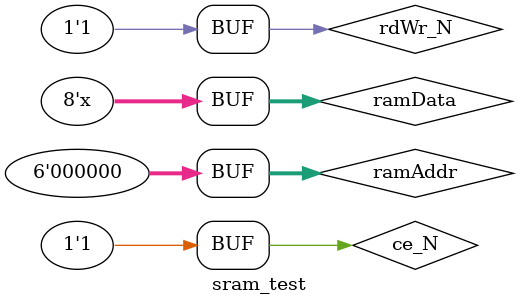
<source format=v>
/*********************************************************************
 * SYNOPSYS CONFIDENTIAL                                             *
 *                                                                   *
 * This is an unpublished, proprietary work of Synopsys, Inc., and   *
 * is fully protected under copyright and trade secret laws. You may *
 * not view, use, disclose, copy, or distribute this file or any     *
 * information contained herein except pursuant to a valid written   *
 * license from Synopsys.                                            *
 *********************************************************************/

module sram_test;
 reg ce_N, rdWr_N;
 reg [5:0] ramAddr;
 wire [7:0] ramData;

 sram sram1(.ce_N(ce_N), .rdWr_N(rdWr_N), .ramAddr(ramAddr), .ramData(ramData));

 initial begin
    ce_N = 1;
    rdWr_N = 1;
    ramAddr = 0;
    
    #10;
    ce_N = 0;
    rdWr_N = 0;
    ramAddr = 5;

    #10;
    ce_N = 1;
    rdWr_N = 1;
    ramAddr = 0;

    #10;
    ce_N = 0;
    rdWr_N = 1;
    ramAddr = 5;
    
    #10
    ce_N = 1;
    rdWr_N = 1;
    ramAddr = 0;
    
    #25;
    ce_N = 1;
    rdWr_N = 1;
    ramAddr = 0;
    
   end 

   assign ramData = (~ce_N & ~rdWr_N) ?  10 : 8'bzzzzzzzz;
 endmodule


</source>
